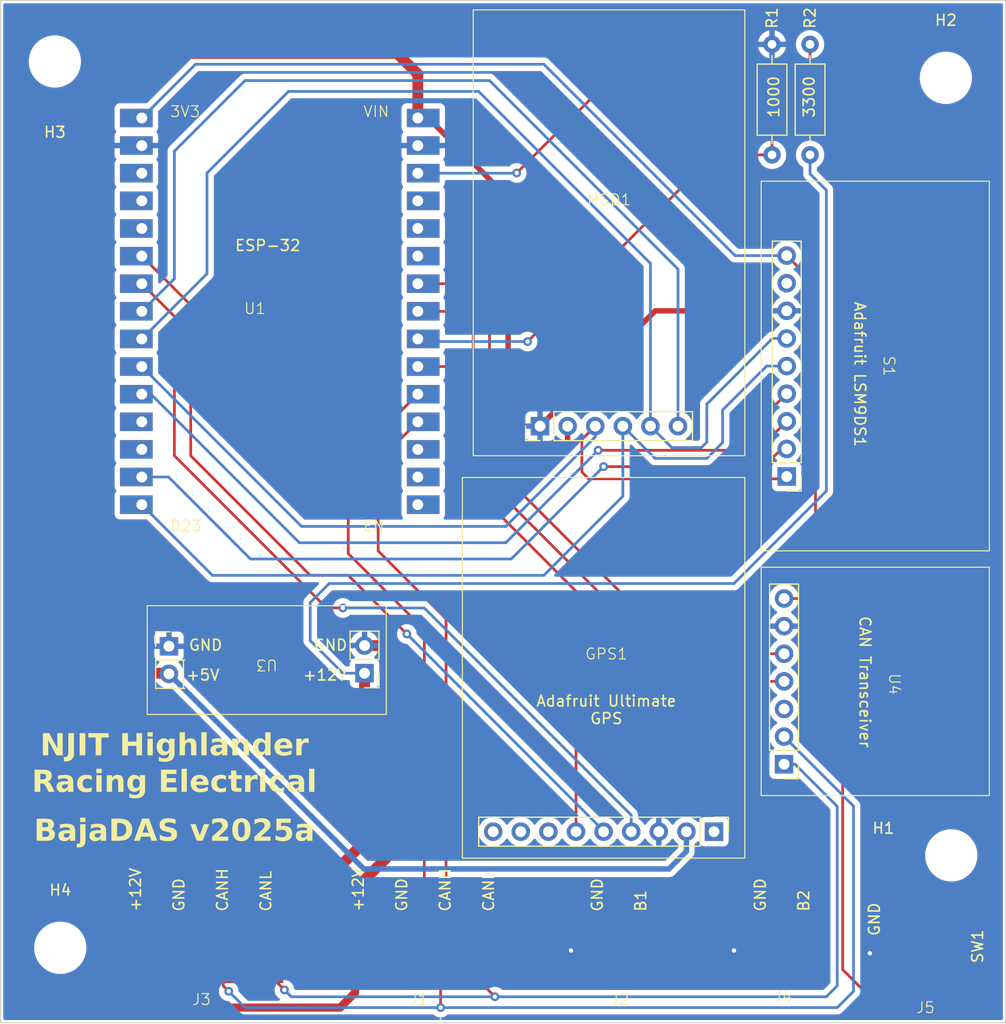
<source format=kicad_pcb>
(kicad_pcb (version 20240108) (generator "pcbnew") (generator_version "8.0")
  (title_block (title "BajaDAS") (date "2024-12-14") (rev "2025a") (company "NJIT Highlander Racing") (comment 1 "Electrical Subteam") (comment 2 "Alexander Huegler"))
  (layers (0 "F.Cu" signal) (31 "B.Cu" signal) (36 "B.SilkS" user "B.Silkscreen") (37 "F.SilkS" user "F.Silkscreen") (38 "B.Mask" user) (39 "F.Mask" user) (44 "Edge.Cuts" user))
  (net 0 "")
  (net 1 "+3.3V")
  (net 2 "/B1")
  (net 3 "/B2")
  (net 4 "+12V")
  (net 5 "/GPS_FIX")
  (net 6 "/RXD")
  (net 7 "GND")
  (net 10 "/GPS_Enable")
  (net 11 "/TXD")
  (net 12 "+5V")
  (net 14 "/LOW_BATT")
  (net 15 "/CANH")
  (net 16 "/CANL")
  (net 17 "/CS")
  (net 18 "/SCK")
  (net 19 "/MISO")
  (net 20 "/MOSI")
  (net 21 "/CSM")
  (net 23 "/CSAG")
  (net 24 "/CRX")
  (net 26 "/CTX")
  (net 35 "/SW1")
  (footprint "BajaFootprints:SD Card Reader v1" (layer "F.Cu") (at 108.5 46.25 -90)
    (property "Reference" "MSD1" (at -3.04 0 0) (layer "F.SilkS") (effects (font (thickness 0.1))))
    (property "Value" "~")
    (fp_line (start 19.11 7.68) (end 17.78 7.68) (stroke (width 0.12)) (layer "F.SilkS"))
    (fp_line (start 19.11 6.35) (end 19.11 7.68) (stroke (width 0.12)) (layer "F.SilkS"))
    (fp_line (start 16.45 5.08) (end 16.45 -7.68) (stroke (width 0.12)) (layer "F.SilkS"))
    (fp_line (start 19.11 5.08) (end 16.45 5.08) (stroke (width 0.12)) (layer "F.SilkS"))
    (fp_line (start 19.11 5.08) (end 19.11 -7.68) (stroke (width 0.12)) (layer "F.SilkS"))
    (fp_line (start 19.11 -7.68) (end 16.45 -7.68) (stroke (width 0.12)) (layer "F.SilkS"))
    (fp_rect (start -20.5 -12.5) (end 20.5 12.5) (stroke (width 0.1)) (fill none) (layer "F.SilkS"))
    (pad "1" thru_hole rect (at 17.78 6.35 90) (size 1.7 1.7) (drill 1) (layers "*.Cu" "*.Mask") (net 7 "GND"))
    (pad "2" thru_hole oval (at 17.78 3.81 90) (size 1.7 1.7) (drill 1) (layers "*.Cu" "*.Mask") (net 12 "+5V"))
    (pad "3" thru_hole oval (at 17.78 1.27 90) (size 1.7 1.7) (drill 1) (layers "*.Cu" "*.Mask") (net 19 "/MISO"))
    (pad "4" thru_hole oval (at 17.78 -1.27 90) (size 1.7 1.7) (drill 1) (layers "*.Cu" "*.Mask") (net 20 "/MOSI"))
    (pad "5" thru_hole oval (at 17.78 -3.81 90) (size 1.7 1.7) (drill 1) (layers "*.Cu" "*.Mask") (net 18 "/SCK"))
    (pad "6" thru_hole oval (at 17.78 -6.35 90) (size 1.7 1.7) (drill 1) (layers "*.Cu" "*.Mask") (net 17 "/CS"))
  )
  (footprint "BajaFootprints:Adafruit Ultimate GPS v1" (layer "F.Cu") (at 108 86.25 -90)
    (property "Reference" "GPS1" (at -1.27 -0.254 0) (layer "F.SilkS") (effects (font (thickness 0.1))))
    (property "Value" "~")
    (fp_line (start 13.74 11.49) (end 16.4 11.49) (stroke (width 0.12)) (layer "F.SilkS"))
    (fp_line (start 13.74 -8.89) (end 13.74 11.49) (stroke (width 0.12)) (layer "F.SilkS"))
    (fp_line (start 13.74 -8.89) (end 16.4 -8.89) (stroke (width 0.12)) (layer "F.SilkS"))
    (fp_line (start 16.4 -8.89) (end 16.4 11.49) (stroke (width 0.12)) (layer "F.SilkS"))
    (fp_line (start 13.74 -10.16) (end 13.74 -11.49) (stroke (width 0.12)) (layer "F.SilkS"))
    (fp_line (start 13.74 -11.49) (end 15.07 -11.49) (stroke (width 0.12)) (layer "F.SilkS"))
    (fp_rect (start -17.5 -13) (end 17.5 13) (stroke (width 0.1)) (fill none) (layer "F.SilkS"))
    (pad "1" thru_hole rect (at 15.07 -10.16 270) (size 1.7 1.7) (drill 1) (layers "*.Cu" "*.Mask"))
    (pad "2" thru_hole oval (at 15.07 -7.62 270) (size 1.7 1.7) (drill 1) (layers "*.Cu" "*.Mask") (net 12 "+5V"))
    (pad "3" thru_hole oval (at 15.07 -5.08 270) (size 1.7 1.7) (drill 1) (layers "*.Cu" "*.Mask") (net 7 "GND"))
    (pad "4" thru_hole oval (at 15.07 -2.54 270) (size 1.7 1.7) (drill 1) (layers "*.Cu" "*.Mask") (net 11 "/TXD"))
    (pad "5" thru_hole oval (at 15.07 0 270) (size 1.7 1.7) (drill 1) (layers "*.Cu" "*.Mask") (net 6 "/RXD"))
    (pad "6" thru_hole oval (at 15.07 2.54 270) (size 1.7 1.7) (drill 1) (layers "*.Cu" "*.Mask") (net 5 "/GPS_FIX"))
    (pad "7" thru_hole oval (at 15.07 5.08 270) (size 1.7 1.7) (drill 1) (layers "*.Cu" "*.Mask"))
    (pad "8" thru_hole oval (at 15.07 7.62 270) (size 1.7 1.7) (drill 1) (layers "*.Cu" "*.Mask") (net 10 "/GPS_Enable"))
    (pad "9" thru_hole oval (at 15.07 10.16 270) (size 1.7 1.7) (drill 1) (layers "*.Cu" "*.Mask"))
  )
  (footprint "Resistor_THT:R_Axial_DIN0207_L6.3mm_D2.5mm_P10.16mm_Horizontal" (layer "F.Cu") (at 127 39.08 90)
    (property "Reference" "R2" (at 12.58 0 90) (layer "F.SilkS"))
    (property "Value" "3300")
    (fp_line (start 8.35 -1.37) (end 1.81 -1.37) (stroke (width 0.12)) (layer "F.SilkS"))
    (fp_line (start 1.81 -1.37) (end 1.81 1.37) (stroke (width 0.12)) (layer "F.SilkS"))
    (fp_line (start 9.12 0) (end 8.35 0) (stroke (width 0.12)) (layer "F.SilkS"))
    (fp_line (start 1.04 0) (end 1.81 0) (stroke (width 0.12)) (layer "F.SilkS"))
    (fp_line (start 8.35 1.37) (end 8.35 -1.37) (stroke (width 0.12)) (layer "F.SilkS"))
    (fp_line (start 1.81 1.37) (end 8.35 1.37) (stroke (width 0.12)) (layer "F.SilkS"))
    (pad "1" thru_hole circle (at 0 0 90) (size 1.6 1.6) (drill 0.8) (layers "*.Cu" "*.Mask") (net 4 "+12V"))
    (pad "2" thru_hole oval (at 10.16 0 90) (size 1.6 1.6) (drill 0.8) (layers "*.Cu" "*.Mask") (net 14 "/LOW_BATT"))
  )
  (footprint "MountingHole:MountingHole_4.3mm_M4" (layer "F.Cu") (at 139.5 32)
    (property "Reference" "H2" (at 0 -5.3 0) (layer "F.SilkS"))
    (property "Value" "MountingHole")
    (pad "" np_thru_hole circle (at 0 0) (size 4.3 4.3) (drill 4.3) (layers "*.Cu" "*.Mask"))
  )
  (footprint "BajaDAS:4pin" (layer "F.Cu") (at 60 112.25 90)
    (property "Reference" "J3" (at -4.5 11 0) (layer "F.SilkS") (effects (font (thickness 0.1))))
    (property "Value" "Data/Power Connection")
    (pad "1" smd rect (at 0 5.125 90) (size 6 3) (layers "F.Cu" "F.Paste" "F.Mask") (net 4 "+12V"))
    (pad "2" smd rect (at 0 9 90) (size 6 3) (layers "F.Cu" "F.Paste" "F.Mask") (net 7 "GND"))
    (pad "3" smd rect (at 0 13 90) (size 6 3) (layers "F.Cu" "F.Paste" "F.Mask") (net 15 "/CANH"))
    (pad "4" smd rect (at 0 17 90) (size 6 3) (layers "F.Cu" "F.Paste" "F.Mask") (net 16 "/CANL"))
  )
  (footprint "BajaFootprints:Adafruit LSM9DS1" (layer "F.Cu") (at 133 58.5 180)
    (property "Reference" "S1" (at -1.27 0 -90) (layer "F.SilkS") (effects (font (thickness 0.1))))
    (property "Value" "~")
    (fp_line (start 9.48 -8.895098) (end 9.48 11.484902) (stroke (width 0.12)) (layer "F.SilkS"))
    (fp_line (start 6.82 11.484902) (end 9.48 11.484902) (stroke (width 0.12)) (layer "F.SilkS"))
    (fp_line (start 6.82 -8.895098) (end 9.48 -8.895098) (stroke (width 0.12)) (layer "F.SilkS"))
    (fp_line (start 6.82 -8.895098) (end 6.82 11.484902) (stroke (width 0.12)) (layer "F.SilkS"))
    (fp_line (start 6.82 -10.165098) (end 6.82 -11.495098) (stroke (width 0.12)) (layer "F.SilkS"))
    (fp_line (start 6.82 -11.495098) (end 8.15 -11.495098) (stroke (width 0.12)) (layer "F.SilkS"))
    (fp_rect (start -10.5 -17) (end 10.5 17) (stroke (width 0.1)) (fill none) (layer "F.SilkS"))
    (pad "1" thru_hole rect (at 8.15 -10.165098 180) (size 1.7 1.7) (drill 1) (layers "*.Cu" "*.Mask") (net 19 "/MISO"))
    (pad "2" thru_hole oval (at 8.15 -7.625098 180) (size 1.7 1.7) (drill 1) (layers "*.Cu" "*.Mask") (net 19 "/MISO"))
    (pad "3" thru_hole oval (at 8.15 -5.085098 180) (size 1.7 1.7) (drill 1) (layers "*.Cu" "*.Mask") (net 21 "/CSM"))
    (pad "4" thru_hole oval (at 8.15 -2.545098 180) (size 1.7 1.7) (drill 1) (layers "*.Cu" "*.Mask") (net 23 "/CSAG"))
    (pad "5" thru_hole oval (at 8.15 -0.005098 180) (size 1.7 1.7) (drill 1) (layers "*.Cu" "*.Mask") (net 20 "/MOSI"))
    (pad "6" thru_hole oval (at 8.15 2.534902 180) (size 1.7 1.7) (drill 1) (layers "*.Cu" "*.Mask") (net 18 "/SCK"))
    (pad "7" thru_hole oval (at 8.15 5.074902 180) (size 1.7 1.7) (drill 1) (layers "*.Cu" "*.Mask") (net 7 "GND"))
    (pad "8" thru_hole oval (at 8.15 7.614902 180) (size 1.7 1.7) (drill 1) (layers "*.Cu" "*.Mask"))
    (pad "9" thru_hole oval (at 8.15 10.154902 180) (size 1.7 1.7) (drill 1) (layers "*.Cu" "*.Mask") (net 1 "+3.3V"))
  )
  (footprint "Resistor_THT:R_Axial_DIN0207_L6.3mm_D2.5mm_P10.16mm_Horizontal" (layer "F.Cu") (at 123.5 39.08 90)
    (property "Reference" "R1" (at 12.58 0 90) (layer "F.SilkS"))
    (property "Value" "1000")
    (fp_line (start 8.35 -1.37) (end 1.81 -1.37) (stroke (width 0.12)) (layer "F.SilkS"))
    (fp_line (start 1.81 -1.37) (end 1.81 1.37) (stroke (width 0.12)) (layer "F.SilkS"))
    (fp_line (start 9.12 0) (end 8.35 0) (stroke (width 0.12)) (layer "F.SilkS"))
    (fp_line (start 1.04 0) (end 1.81 0) (stroke (width 0.12)) (layer "F.SilkS"))
    (fp_line (start 8.35 1.37) (end 8.35 -1.37) (stroke (width 0.12)) (layer "F.SilkS"))
    (fp_line (start 1.81 1.37) (end 8.35 1.37) (stroke (width 0.12)) (layer "F.SilkS"))
    (pad "1" thru_hole circle (at 0 0 90) (size 1.6 1.6) (drill 0.8) (layers "*.Cu" "*.Mask") (net 14 "/LOW_BATT"))
    (pad "2" thru_hole oval (at 10.16 0 90) (size 1.6 1.6) (drill 0.8) (layers "*.Cu" "*.Mask") (net 7 "GND"))
  )
  (footprint "BajaFootprints:CAN Bus Tranceiver v1" (layer "F.Cu") (at 133 87.5 180)
    (property "Reference" "U4" (at -1.778 -0.254 -90) (layer "F.SilkS") (effects (font (thickness 0.1))))
    (property "Value" "~")
    (fp_line (start 9.72 -6.35) (end 9.72 8.95) (stroke (width 0.12)) (layer "F.SilkS"))
    (fp_line (start 7.06 8.95) (end 9.72 8.95) (stroke (width 0.12)) (layer "F.SilkS"))
    (fp_line (start 7.06 -6.35) (end 9.72 -6.35) (stroke (width 0.12)) (layer "F.SilkS"))
    (fp_line (start 7.06 -6.35) (end 7.06 8.95) (stroke (width 0.12)) (layer "F.SilkS"))
    (fp_line (start 7.06 -7.62) (end 7.06 -8.95) (stroke (width 0.12)) (layer "F.SilkS"))
    (fp_line (start 7.06 -8.95) (end 8.39 -8.95) (stroke (width 0.12)) (layer "F.SilkS"))
    (fp_rect (start -10.5 -10.5) (end 10.5 10.5) (stroke (width 0.1)) (fill none) (layer "F.SilkS"))
    (pad "1" thru_hole rect (at 8.39 -7.62 180) (size 1.7 1.7) (drill 1) (layers "*.Cu" "*.Mask") (net 16 "/CANL"))
    (pad "2" thru_hole oval (at 8.39 -5.08 180) (size 1.7 1.7) (drill 1) (layers "*.Cu" "*.Mask") (net 15 "/CANH"))
    (pad "3" thru_hole oval (at 8.39 -2.54 180) (size 1.7 1.7) (drill 1) (layers "*.Cu" "*.Mask"))
    (pad "4" thru_hole oval (at 8.39 0 180) (size 1.7 1.7) (drill 1) (layers "*.Cu" "*.Mask") (net 26 "/CTX"))
    (pad "5" thru_hole oval (at 8.39 2.54 180) (size 1.7 1.7) (drill 1) (layers "*.Cu" "*.Mask") (net 24 "/CRX"))
    (pad "6" thru_hole oval (at 8.39 5.08 180) (size 1.7 1.7) (drill 1) (layers "*.Cu" "*.Mask") (net 7 "GND"))
    (pad "7" thru_hole oval (at 8.39 7.62 180) (size 1.7 1.7) (drill 1) (layers "*.Cu" "*.Mask") (net 1 "+3.3V"))
  )
  (footprint "BajaFootprints:Regulator_v1" (layer "F.Cu") (at 77 85.54 180)
    (property "Reference" "U3" (at 0 -0.46 180) (layer "F.SilkS") (effects (font (thickness 0.1))))
    (property "Value" "~")
    (fp_line (start 10.22 2.6) (end 8.89 2.6) (stroke (width 0.12)) (layer "F.SilkS"))
    (fp_line (start 10.22 1.27) (end 10.22 2.6) (stroke (width 0.12)) (layer "F.SilkS"))
    (fp_line (start 10.22 0) (end 10.22 -2.6) (stroke (width 0.12)) (layer "F.SilkS"))
    (fp_line (start 10.22 0) (end 7.56 0) (stroke (width 0.12)) (layer "F.SilkS"))
    (fp_line (start 10.22 -2.6) (end 7.56 -2.6) (stroke (width 0.12)) (layer "F.SilkS"))
    (fp_line (start 7.67 0) (end 7.67 -2.6) (stroke (width 0.12)) (layer "F.SilkS"))
    (fp_line (start -7.67 0.06) (end -7.67 2.66) (stroke (width 0.12)) (layer "F.SilkS"))
    (fp_line (start -10.33 2.66) (end -7.67 2.66) (stroke (width 0.12)) (layer "F.SilkS"))
    (fp_line (start -10.33 0.06) (end -7.67 0.06) (stroke (width 0.12)) (layer "F.SilkS"))
    (fp_line (start -10.33 0.06) (end -10.33 2.66) (stroke (width 0.12)) (layer "F.SilkS"))
    (fp_line (start -10.33 -1.21) (end -10.33 -2.54) (stroke (width 0.12)) (layer "F.SilkS"))
    (fp_line (start -10.33 -2.54) (end -9 -2.54) (stroke (width 0.12)) (layer "F.SilkS"))
    (fp_rect (start -11 -5) (end 11 5) (stroke (width 0.1)) (fill none) (layer "F.SilkS"))
    (pad "1" thru_hole rect (at -9 -1.21 180) (size 1.7 1.7) (drill 1) (layers "*.Cu" "*.Mask") (net 4 "+12V"))
    (pad "2" thru_hole oval (at -9 1.33 180) (size 1.7 1.7) (drill 1) (layers "*.Cu" "*.Mask") (net 7 "GND"))
    (pad "3" thru_hole oval (at 9 -1.27) (size 1.7 1.7) (drill 1) (layers "*.Cu" "*.Mask") (net 12 "+5V"))
    (pad "4" thru_hole rect (at 9 1.27) (size 1.7 1.7) (drill 1) (layers "*.Cu" "*.Mask") (net 7 "GND"))
  )
  (footprint "MountingHole:MountingHole_4.3mm_M4" (layer "F.Cu") (at 57.5 30.5)
    (property "Reference" "H3" (at 0 6.5 0) (layer "F.SilkS"))
    (property "Value" "MountingHole")
    (pad "" np_thru_hole circle (at 0 0) (size 4.3 4.3) (drill 4.3) (layers "*.Cu" "*.Mask"))
  )
  (footprint "BajaFootprints:ESP 32 BAJA" (layer "F.Cu") (at 78.2 35.69)
    (property "Reference" "U1" (at -2.286 17.526 0) (layer "F.SilkS") (effects (font (thickness 0.1))))
    (property "Value" "~")
    (fp_text user "3V3" (at -10.16 0 0) (layer "F.SilkS") (effects (font (thickness 0.1)) (justify left bottom)))
    (fp_text user "D23" (at -10.16 38.1 0) (layer "F.SilkS") (effects (font (thickness 0.1)) (justify left bottom)))
    (fp_text user "VIN" (at 7.62 0 0) (layer "F.SilkS") (effects (font (thickness 0.1)) (justify left bottom)))
    (fp_text user "EN" (at 7.62 38.1 0) (layer "F.SilkS") (effects (font (thickness 0.1)) (justify left bottom)))
    (pad "1" thru_hole rect (at -12.7 0) (size 3 1.7) (drill 1 (offset -0.5 0)) (layers "*.Cu" "*.Mask") (net 1 "+3.3V"))
    (pad "2" thru_hole rect (at -12.7 2.54) (size 3 1.7) (drill 1 (offset -0.5 0)) (layers "*.Cu" "*.Mask") (net 7 "GND"))
    (pad "3" thru_hole rect (at -12.7 5.08) (size 3 1.7) (drill 1 (offset -0.5 0)) (layers "*.Cu" "*.Mask"))
    (pad "4" thru_hole rect (at -12.7 7.62) (size 3 1.7) (drill 1 (offset -0.5 0)) (layers "*.Cu" "*.Mask"))
    (pad "5" thru_hole rect (at -12.7 10.16) (size 3 1.7) (drill 1 (offset -0.5 0)) (layers "*.Cu" "*.Mask"))
    (pad "6" thru_hole rect (at -12.7 12.7) (size 3 1.7) (drill 1 (offset -0.5 0)) (layers "*.Cu" "*.Mask") (net 6 "/RXD"))
    (pad "7" thru_hole rect (at -12.7 15.24) (size 3 1.7) (drill 1 (offset -0.5 0)) (layers "*.Cu" "*.Mask") (net 11 "/TXD"))
    (pad "8" thru_hole rect (at -12.7 17.78) (size 3 1.7) (drill 1 (offset -0.5 0)) (layers "*.Cu" "*.Mask") (net 17 "/CS"))
    (pad "9" thru_hole rect (at -12.7 20.32) (size 3 1.7) (drill 1 (offset -0.5 0)) (layers "*.Cu" "*.Mask") (net 18 "/SCK"))
    (pad "10" thru_hole rect (at -12.7 22.86) (size 3 1.7) (drill 1 (offset -0.5 0)) (layers "*.Cu" "*.Mask") (net 19 "/MISO"))
    (pad "11" thru_hole rect (at -12.7 25.4) (size 3 1.7) (drill 1 (offset -0.5 0)) (layers "*.Cu" "*.Mask") (net 23 "/CSAG"))
    (pad "12" thru_hole rect (at -12.7 27.94) (size 3 1.7) (drill 1 (offset -0.5 0)) (layers "*.Cu" "*.Mask"))
    (pad "13" thru_hole rect (at -12.7 30.48) (size 3 1.7) (drill 1 (offset -0.5 0)) (layers "*.Cu" "*.Mask"))
    (pad "14" thru_hole rect (at -12.7 33.02) (size 3 1.7) (drill 1 (offset -0.5 0)) (layers "*.Cu" "*.Mask") (net 21 "/CSM"))
    (pad "15" thru_hole rect (at -12.7 35.56) (size 3 1.7) (drill 1 (offset -0.5 0)) (layers "*.Cu" "*.Mask") (net 20 "/MOSI"))
    (pad "16" thru_hole rect (at 12.7 35.56) (size 3 1.7) (drill 1 (offset 0.5 0)) (layers "*.Cu" "*.Mask"))
    (pad "17" thru_hole rect (at 12.7 33.02) (size 3 1.7) (drill 1 (offset 0.5 0)) (layers "*.Cu" "*.Mask"))
    (pad "18" thru_hole rect (at 12.7 30.48) (size 3 1.7) (drill 1 (offset 0.5 0)) (layers "*.Cu" "*.Mask"))
    (pad "19" thru_hole rect (at 12.7 27.94) (size 3 1.7) (drill 1 (offset 0.5 0)) (layers "*.Cu" "*.Mask") (net 3 "/B2"))
    (pad "20" thru_hole rect (at 12.7 25.4) (size 3 1.7) (drill 1 (offset 0.5 0)) (layers "*.Cu" "*.Mask") (net 2 "/B1"))
    (pad "21" thru_hole rect (at 12.7 22.86) (size 3 1.7) (drill 1 (offset 0.5 0)) (layers "*.Cu" "*.Mask") (net 5 "/GPS_FIX"))
    (pad "22" thru_hole rect (at 12.7 20.32) (size 3 1.7) (drill 1 (offset 0.5 0)) (layers "*.Cu" "*.Mask") (net 14 "/LOW_BATT"))
    (pad "23" thru_hole rect (at 12.7 17.78) (size 3 1.7) (drill 1 (offset 0.5 0)) (layers "*.Cu" "*.Mask") (net 26 "/CTX"))
    (pad "24" thru_hole rect (at 12.7 15.24) (size 3 1.7) (drill 1 (offset 0.5 0)) (layers "*.Cu" "*.Mask") (net 24 "/CRX"))
    (pad "25" thru_hole rect (at 12.7 12.7) (size 3 1.7) (drill 1 (offset 0.5 0)) (layers "*.Cu" "*.Mask"))
    (pad "26" thru_hole rect (at 12.7 10.16) (size 3 1.7) (drill 1 (offset 0.5 0)) (layers "*.Cu" "*.Mask"))
    (pad "27" thru_hole rect (at 12.7 7.62) (size 3 1.7) (drill 1 (offset 0.5 0)) (layers "*.Cu" "*.Mask"))
    (pad "28" thru_hole rect (at 12.7 5.08) (size 3 1.7) (drill 1 (offset 0.5 0)) (layers "*.Cu" "*.Mask") (net 35 "/SW1"))
    (pad "29" thru_hole rect (at 12.7 2.54) (size 3 1.7) (drill 1 (offset 0.5 0)) (layers "*.Cu" "*.Mask") (net 7 "GND"))
    (pad "30" thru_hole rect (at 12.7 0) (size 3 1.7) (drill 1 (offset 0.5 0)) (layers "*.Cu" "*.Mask") (net 12 "+5V"))
  )
  (footprint "BajaDAS:2pin" (layer "F.Cu") (at 117.375 112.25 90)
    (property "Reference" "J4" (at -4.25 7.125 0) (layer "F.SilkS") (effects (font (thickness 0.1))))
    (property "Value" "Spare Button 2")
    (pad "1" smd rect (at 0 5.125 90) (size 6 3) (layers "F.Cu" "F.Paste" "F.Mask") (net 7 "GND"))
    (pad "2" smd rect (at 0 9 90) (size 6 3) (layers "F.Cu" "F.Paste" "F.Mask") (net 3 "/B2"))
  )
  (footprint "BajaDAS:2pin" (layer "F.Cu") (at 130.5 112.5 90)
    (property "Reference" "J5" (at -5 7.125 0) (layer "F.SilkS") (effects (font (thickness 0.1))))
    (property "Value" "Spare Toggle Switch")
    (pad "1" smd rect (at 0 5.125 90) (size 6 3) (layers "F.Cu" "F.Paste" "F.Mask") (net 7 "GND"))
    (pad "2" smd rect (at 0 9 90) (size 6 3) (layers "F.Cu" "F.Paste" "F.Mask") (net 35 "/SW1"))
  )
  (footprint "BajaDAS:2pin" (layer "F.Cu") (at 102.375 112.25 90)
    (property "Reference" "J2" (at -4.5 7.125 0) (layer "F.SilkS") (effects (font (thickness 0.1))))
    (property "Value" "Spare Button 1")
    (pad "1" smd rect (at 0 5.125 90) (size 6 3) (layers "F.Cu" "F.Paste" "F.Mask") (net 7 "GND"))
    (pad "2" smd rect (at 0 9 90) (size 6 3) (layers "F.Cu" "F.Paste" "F.Mask") (net 2 "/B1"))
  )
  (footprint "BajaDAS:4pin" (layer "F.Cu") (at 80 112.25 90)
    (property "Reference" "J1" (at -4.5 11 0) (layer "F.SilkS") (effects (font (thickness 0.1))))
    (property "Value" "Auxiliary Data/Power Connection")
    (pad "1" smd rect (at 0 5.125 90) (size 6 3) (layers "F.Cu" "F.Paste" "F.Mask") (net 4 "+12V"))
    (pad "2" smd rect (at 0 9 90) (size 6 3) (layers "F.Cu" "F.Paste" "F.Mask") (net 7 "GND"))
    (pad "3" smd rect (at 0 13 90) (size 6 3) (layers "F.Cu" "F.Paste" "F.Mask") (net 15 "/CANH"))
    (pad "4" smd rect (at 0 17 90) (size 6 3) (layers "F.Cu" "F.Paste" "F.Mask") (net 16 "/CANL"))
  )
  (footprint "MountingHole:MountingHole_4.3mm_M4" (layer "F.Cu") (at 58 112)
    (property "Reference" "H4" (at 0 -5.3 0) (layer "F.SilkS"))
    (property "Value" "MountingHole")
    (pad "" np_thru_hole circle (at 0 0) (size 4.3 4.3) (drill 4.3) (layers "*.Cu" "*.Mask"))
  )
  (footprint "MountingHole:MountingHole_4.3mm_M4" (layer "F.Cu") (at 140 103.5)
    (property "Reference" "H1" (at -6.25 -2.5 0) (layer "F.SilkS"))
    (property "Value" "MountingHole")
    (pad "" np_thru_hole circle (at 0 0) (size 4.3 4.3) (drill 4.3) (layers "*.Cu" "*.Mask"))
  )
  (gr_rect (start 52.5 24.892) (end 145 118.892) (stroke (width 0.1)) (fill none) (layer "Edge.Cuts"))
  (gr_text "CANH" (at 73.5 108.75 90) (layer "F.SilkS") (effects (font (size 1 1)) (justify left bottom)))
  (gr_text "GND" (at 123 108.75 90) (layer "F.SilkS") (effects (font (size 1 1)) (justify left bottom)))
  (gr_text "CANL" (at 98 108.75 90) (layer "F.SilkS") (effects (font (size 1 1)) (justify left bottom)))
  (gr_text "1000" (at 124.25 35.75 90) (layer "F.SilkS") (effects (font (size 1 1)) (justify left bottom)))
  (gr_text "3300" (at 127.5 35.75 90) (layer "F.SilkS") (effects (font (size 1 1)) (justify left bottom)))
  (gr_text "GND" (at 81.25 84.75 0) (layer "F.SilkS") (effects (font (size 1 1)) (justify left bottom)))
  (gr_text "Adafruit Ultimate\nGPS" (at 108.25 91.5 0) (layer "F.SilkS") (effects (font (size 1 1)) (justify bottom)))
  (gr_text "B2" (at 127 108.75 90) (layer "F.SilkS") (effects (font (size 1 1)) (justify left bottom)))
  (gr_text "GND" (at 90 108.75 90) (layer "F.SilkS") (effects (font (size 1 1)) (justify left bottom)))
  (gr_text "B1" (at 112 108.75 90) (layer "F.SilkS") (effects (font (size 1 1)) (justify left bottom)))
  (gr_text "CANL" (at 77.5 108.75 90) (layer "F.SilkS") (effects (font (size 1 1)) (justify left bottom)))
  (gr_text "GND" (at 69.75 84.75 0) (layer "F.SilkS") (effects (font (size 1 1)) (justify left bottom)))
  (gr_text "ESP-32" (at 74 48 0) (layer "F.SilkS") (effects (font (size 1 1)) (justify left bottom)))
  (gr_text "+12V" (at 80.25 87.5 0) (layer "F.SilkS") (effects (font (size 1 1)) (justify left bottom)))
  (gr_text "GND" (at 133.5 111 90) (layer "F.SilkS") (effects (font (size 1 1)) (justify left bottom)))
  (gr_text "\nBajaDAS v2025a" (at 68.5 102.5 0) (layer "F.SilkS") (effects (font (size 2 2) (thickness 0.35) (bold yes) (italic yes)) (justify bottom)))
  (gr_text "NJIT Highlander\nRacing Electrical" (at 68.5 98 0) (layer "F.SilkS") (effects (font (size 2 2) (thickness 0.21875)) (justify bottom)))
  (gr_text "CAN Transceiver" (at 131.476 81.404 -90) (layer "F.SilkS") (effects (font (size 1 1)) (justify left bottom)))
  (gr_text "GND" (at 69.5 108.75 90) (layer "F.SilkS") (effects (font (size 1 1)) (justify left bottom)))
  (gr_text "+12V" (at 65.5 108.75 90) (layer "F.SilkS") (effects (font (size 1 1)) (justify left bottom)))
  (gr_text "SW1" (at 143 113.5 90) (layer "F.SilkS") (effects (font (size 1 1)) (justify left bottom)))
  (gr_text "+12V" (at 86 108.75 90) (layer "F.SilkS") (effects (font (size 1 1)) (justify left bottom)))
  (gr_text "CANH" (at 94 108.75 90) (layer "F.SilkS") (effects (font (size 1 1)) (justify left bottom)))
  (gr_text "GND" (at 108 108.75 90) (layer "F.SilkS") (effects (font (size 1 1)) (justify left bottom)))
  (gr_text "Adafruit LSM9DS1" (at 131 52.5 -90) (layer "F.SilkS") (effects (font (size 1 1)) (justify left bottom)))
  (gr_text "+5V" (at 69.5 87.5 0) (layer "F.SilkS") (effects (font (size 1 1)) (justify left bottom)))
  (segment (start 126.12 79.88) (end 127.5 78.5) (width 0.25) (layer "F.Cu") (net 1))
  (segment (start 124.61 79.88) (end 126.12 79.88) (width 0.25) (layer "F.Cu") (net 1))
  (segment (start 127.5 50.995098) (end 127.5 78.5) (width 0.25) (layer "F.Cu") (net 1))
  (segment (start 65.5 35.69) (end 66 35.19) (width 0.25) (layer "F.Cu") (net 1))
  (segment (start 124.85 48.345098) (end 127.5 50.995098) (width 0.25) (layer "F.Cu") (net 1))
  (segment (start 70.44 30.75) (end 65.5 35.69) (width 0.25) (layer "B.Cu") (net 1))
  (segment (start 120.095098 48.345098) (end 102.5 30.75) (width 0.25) (layer "B.Cu") (net 1))
  (segment (start 124.85 48.345098) (end 120.095098 48.345098) (width 0.25) (layer "B.Cu") (net 1))
  (segment (start 102.5 30.75) (end 70.44 30.75) (width 0.25) (layer "B.Cu") (net 1))
  (segment (start 84.5 75.75) (end 84.5 67.49) (width 0.25) (layer "F.Cu") (net 2))
  (segment (start 91.5 82.75) (end 84.5 75.75) (width 0.25) (layer "F.Cu") (net 2))
  (segment (start 111.375 110.75) (end 111.5 110.625) (width 0.25) (layer "F.Cu") (net 2))
  (segment (start 93.5 107.75) (end 91.5 105.75) (width 0.25) (layer "F.Cu") (net 2))
  (segment (start 111.5 110.625) (end 111.5 108.25) (width 0.25) (layer "F.Cu") (net 2))
  (segment (start 111.375 112.25) (end 111.375 110.75) (width 0.25) (layer "F.Cu") (net 2))
  (segment (start 84.5 67.49) (end 90.9 61.09) (width 0.25) (layer "F.Cu") (net 2))
  (segment (start 91.5 105.75) (end 91.5 82.75) (width 0.25) (layer "F.Cu") (net 2))
  (segment (start 111.5 108.25) (end 111 107.75) (width 0.25) (layer "F.Cu") (net 2))
  (segment (start 111 107.75) (end 93.5 107.75) (width 0.25) (layer "F.Cu") (net 2))
  (segment (start 123.5 106.75) (end 94 106.75) (width 0.25) (layer "F.Cu") (net 3))
  (segment (start 94 106.75) (end 93.5 106.25) (width 0.25) (layer "F.Cu") (net 3))
  (segment (start 93.5 106.25) (end 93.5 81.75) (width 0.25) (layer "F.Cu") (net 3))
  (segment (start 93.5 81.75) (end 87.25 75.5) (width 0.25) (layer "F.Cu") (net 3))
  (segment (start 90.9 63.63) (end 87.25 67.28) (width 0.25) (layer "F.Cu") (net 3))
  (segment (start 126.375 109.625) (end 123.5 106.75) (width 0.25) (layer "F.Cu") (net 3))
  (segment (start 126.375 112.25) (end 126.375 109.625) (width 0.25) (layer "F.Cu") (net 3))
  (segment (start 87.25 67.28) (end 87.25 75.5) (width 0.25) (layer "F.Cu") (net 3))
  (segment (start 83.75 117.5) (end 85.125 116.125) (width 0.75) (layer "F.Cu") (net 4))
  (segment (start 65.125 116.375) (end 66.25 117.5) (width 0.75) (layer "F.Cu") (net 4))
  (segment (start 65.125 112.25) (end 65.125 116.375) (width 0.75) (layer "F.Cu") (net 4))
  (segment (start 65.125 112.25) (end 65.125 110.225) (width 1) (layer "F.Cu") (net 4))
  (segment (start 85.125 116.125) (end 85.125 112.25) (width 0.75) (layer "F.Cu") (net 4))
  (segment (start 86 102.25) (end 86 86.75) (width 1) (layer "F.Cu") (net 4))
  (segment (start 65.125 110.225) (end 69.6 105.75) (width 1) (layer "F.Cu") (net 4))
  (segment (start 69.6 105.75) (end 82.5 105.75) (width 1) (layer "F.Cu") (net 4))
  (segment (start 66.25 117.5) (end 83.75 117.5) (width 0.75) (layer "F.Cu") (net 4))
  (segment (start 82.5 105.75) (end 86 102.25) (width 1) (layer "F.Cu") (net 4))
  (segment (start 81 83.75) (end 84 86.75) (width 0.25) (layer "B.Cu") (net 4))
  (segment (start 128.5 70) (end 120 78.5) (width 0.25) (layer "B.Cu") (net 4))
  (segment (start 128.5 42.33) (end 128.5 70) (width 0.25) (layer "B.Cu") (net 4))
  (segment (start 120 78.5) (end 82.75 78.5) (width 0.25) (layer "B.Cu") (net 4))
  (segment (start 82.75 78.5) (end 81 80.25) (width 0.25) (layer "B.Cu") (net 4))
  (segment (start 84 86.75) (end 86 86.75) (width 0.25) (layer "B.Cu") (net 4))
  (segment (start 127 40.83) (end 128.5 42.33) (width 0.25) (layer "B.Cu") (net 4))
  (segment (start 127 39.08) (end 127 40.83) (width 0.25) (layer "B.Cu") (net 4))
  (segment (start 81 80.25) (end 81 83.75) (width 0.25) (layer "B.Cu") (net 4))
  (segment (start 105.46 79.21) (end 94.5 68.25) (width 0.25) (layer "F.Cu") (net 5))
  (segment (start 93.8 58.55) (end 90.9 58.55) (width 0.25) (layer "F.Cu") (net 5))
  (segment (start 94.5 59.25) (end 93.8 58.55) (width 0.25) (layer "F.Cu") (net 5))
  (segment (start 94.5 68.25) (end 94.5 59.25) (width 0.25) (layer "F.Cu") (net 5))
  (segment (start 105.46 101.32) (end 105.46 79.21) (width 0.25) (layer "F.Cu") (net 5))
  (segment (start 89.8925 83.1425) (end 84.5 77.75) (width 0.25) (layer "F.Cu") (net 6))
  (segment (start 70 52.89) (end 65.5 48.39) (width 0.25) (layer "F.Cu") (net 6))
  (segment (start 70 66.75) (end 70 52.89) (width 0.25) (layer "F.Cu") (net 6))
  (segment (start 81 77.75) (end 70 66.75) (width 0.25) (layer "F.Cu") (net 6))
  (segment (start 84.5 77.75) (end 81 77.75) (width 0.25) (layer "F.Cu") (net 6))
  (via (at 89.8925 83.1425) (size 0.8) (drill 0.4) (layers "F.Cu" "B.Cu") (net 6))
  (segment (start 89.8925 83.1425) (end 108 101.25) (width 0.25) (layer "B.Cu") (net 6))
  (segment (start 108 101.25) (end 108 101.32) (width 0.25) (layer "B.Cu") (net 6))
  (segment (start 86 105.75) (end 89.5 102.25) (width 1) (layer "F.Cu") (net 7))
  (segment (start 89 112.25) (end 89 108.75) (width 1) (layer "F.Cu") (net 7))
  (segment (start 86 105.75) (end 84 107.75) (width 1) (layer "F.Cu") (net 7))
  (segment (start 69 109.25) (end 69 112.25) (width 1) (layer "F.Cu") (net 7))
  (segment (start 68.06 84.21) (end 68 84.27) (width 0.25) (layer "F.Cu") (net 7))
  (segment (start 102.15 64.03) (end 112.754902 53.425098) (width 0.5) (layer "F.Cu") (net 7))
  (segment (start 107.5 112.25) (end 105 112.25) (width 0.5) (layer "F.Cu") (net 7))
  (segment (start 84 107.75) (end 70.5 107.75) (width 1) (layer "F.Cu") (net 7))
  (segment (start 87.96 84.21) (end 86 84.21) (width 1) (layer "F.Cu") (net 7))
  (segment (start 70.5 107.75) (end 69 109.25) (width 1) (layer "F.Cu") (net 7))
  (segment (start 135 112.5) (end 132.5 112.5) (width 0.5) (layer "F.Cu") (net 7))
  (segment (start 89.5 85.75) (end 87.96 84.21) (width 1) (layer "F.Cu") (net 7))
  (segment (start 112.754902 53.425098) (end 124.85 53.425098) (width 0.5) (layer "F.Cu") (net 7))
  (segment (start 89 108.75) (end 86 105.75) (width 1) (layer "F.Cu") (net 7))
  (segment (start 122.5 112.25) (end 120 112.25) (width 0.5) (layer "F.Cu") (net 7))
  (segment (start 89.5 102.25) (end 89.5 85.75) (width 1) (layer "F.Cu") (net 7))
  (via (at 105 112.25) (size 0.8) (drill 0.4) (layers "F.Cu" "B.Cu") (net 7))
  (via (at 120 112.25) (size 0.8) (drill 0.4) (layers "F.Cu" "B.Cu") (net 7))
  (via (at 132.5 112.5) (size 0.8) (drill 0.4) (layers "F.Cu" "B.Cu") (net 7))
  (segment (start 84 80.75) (end 82.5 80.75) (width 0.25) (layer "F.Cu") (net 11))
  (segment (start 68.5 66.75) (end 68.5 53.93) (width 0.25) (layer "F.Cu") (net 11))
  (segment (start 82.5 80.75) (end 68.5 66.75) (width 0.25) (layer "F.Cu") (net 11))
  (segment (start 68.5 53.93) (end 65.5 50.93) (width 0.25) (layer "F.Cu") (net 11))
  (via (at 84 80.75) (size 0.8) (drill 0.4) (layers "F.Cu" "B.Cu") (net 11))
  (segment (start 91.5 80.75) (end 110.54 99.79) (width 0.25) (layer "B.Cu") (net 11))
  (segment (start 84 80.75) (end 91.5 80.75) (width 0.25) (layer "B.Cu") (net 11))
  (segment (start 110.54 99.79) (end 110.54 101.32) (width 0.25) (layer "B.Cu") (net 11))
  (segment (start 104.69 65.56) (end 102.5 67.75) (width 0.5) (layer "F.Cu") (net 12))
  (segment (start 91.86 35.69) (end 90.9 35.69) (width 0.5) (layer "F.Cu") (net 12))
  (segment (start 99.21 43.04) (end 91.86 35.69) (width 0.5) (layer "F.Cu") (net 12))
  (segment (start 102.5 67.75) (end 100.5 67.75) (width 0.5) (layer "F.Cu") (net 12))
  (segment (start 67.94 86.75) (end 68 86.81) (width 1) (layer "F.Cu") (net 12))
  (segment (start 67 29.75) (end 61.5 35.25) (width 1) (layer "F.Cu") (net 12))
  (segment (start 90.9 35.69) (end 90.9 31.65) (width 1) (layer "F.Cu") (net 12))
  (segment (start 61.5 35.25) (end 61.5 84.25) (width 1) (layer "F.Cu") (net 12))
  (segment (start 64 86.75) (end 67.94 86.75) (width 1) (layer "F.Cu") (net 12))
  (segment (start 104.69 64.03) (end 104.69 65.56) (width 0.5) (layer "F.Cu") (net 12))
  (segment (start 61.5 84.25) (end 64 86.75) (width 1) (layer "F.Cu") (net 12))
  (segment (start 90.9 31.65) (end 89 29.75) (width 1) (layer "F.Cu") (net 12))
  (segment (start 89 29.75) (end 67 29.75) (width 1) (layer "F.Cu") (net 12))
  (segment (start 100.5 67.75) (end 99.21 66.46) (width 0.5) (layer "F.Cu") (net 12))
  (segment (start 99.21 66.46) (end 99.21 43.04) (width 0.5) (layer "F.Cu") (net 12))
  (segment (start 115.62 103.13) (end 115.62 101.32) (width 0.5) (layer "B.Cu") (net 12))
  (segment (start 85.94 104.75) (end 114 104.75) (width 0.5) (layer "B.Cu") (net 12))
  (segment (start 114 104.75) (end 115.62 103.13) (width 0.5) (layer "B.Cu") (net 12))
  (segment (start 68 86.81) (end 85.94 104.75) (width 0.5) (layer "B.Cu") (net 12))
  (segment (start 118.17 39.08) (end 123.5 39.08) (width 0.25) (layer "F.Cu") (net 14))
  (segment (start 101 56.25) (end 118.17 39.08) (width 0.25) (layer "F.Cu") (net 14))
  (segment (start 123.5 39.08) (end 123.5 37.75) (width 0.25) (layer "F.Cu") (net 14))
  (segment (start 127 34.25) (end 127 28.92) (width 0.25) (layer "F.Cu") (net 14))
  (segment (start 123.5 37.75) (end 127 34.25) (width 0.25) (layer "F.Cu") (net 14))
  (via (at 101 56.25) (size 0.8) (drill 0.4) (layers "F.Cu" "B.Cu") (net 14))
  (segment (start 101 56.25) (end 91.14 56.25) (width 0.25) (layer "B.Cu") (net 14))
  (segment (start 91.14 56.25) (end 90.9 56.01) (width 0.25) (layer "B.Cu") (net 14))
  (segment (start 93 117.5) (end 93 112.25) (width 0.25) (layer "F.Cu") (net 15))
  (segment (start 73.5 116) (end 73 115.5) (width 0.25) (layer "F.Cu") (net 15))
  (segment (start 73 115.5) (end 73 112.25) (width 0.25) (layer "F.Cu") (net 15))
  (via (at 73.5 116) (size 0.8) (drill 0.4) (layers "F.Cu" "B.Cu") (net 15))
  (via (at 93 117.5) (size 0.8) (drill 0.4) (layers "F.Cu" "B.Cu") (net 15))
  (segment (start 129.5 117.5) (end 131 116) (width 0.25) (layer "B.Cu") (net 15))
  (segment (start 73.5 116) (end 75 117.5) (width 0.25) (layer "B.Cu") (net 15))
  (segment (start 131 98.97) (end 124.61 92.58) (width 0.25) (layer "B.Cu") (net 15))
  (segment (start 131 116) (end 131 98.97) (width 0.25) (layer "B.Cu") (net 15))
  (segment (start 75 117.5) (end 129.5 117.5) (width 0.25) (layer "B.Cu") (net 15))
  (segment (start 78.625 115.875) (end 77 114.25) (width 0.25) (layer "F.Cu") (net 16))
  (segment (start 77 114.25) (end 77 112.25) (width 0.25) (layer "F.Cu") (net 16))
  (segment (start 98 116.5) (end 97 115.5) (width 0.25) (layer "F.Cu") (net 16))
  (segment (start 97 115.5) (end 97 112.25) (width 0.25) (layer "F.Cu") (net 16))
  (via (at 98 116.5) (size 0.8) (drill 0.4) (layers "F.Cu" "B.Cu") (net 16))
  (via (at 78.625 115.875) (size 0.8) (drill 0.4) (layers "F.Cu" "B.Cu") (net 16))
  (segment (start 79.25 116.5) (end 128.5 116.5) (width 0.25) (layer "B.Cu") (net 16))
  (segment (start 129.5 99) (end 125.62 95.12) (width 0.25) (layer "B.Cu") (net 16))
  (segment (start 125.62 95.12) (end 124.61 95.12) (width 0.25) (layer "B.Cu") (net 16))
  (segment (start 78.625 115.875) (end 79.25 116.5) (width 0.25) (layer "B.Cu") (net 16))
  (segment (start 128.5 116.5) (end 129.5 115.5) (width 0.25) (layer "B.Cu") (net 16))
  (segment (start 129.5 115.5) (end 129.5 99) (width 0.25) (layer "B.Cu") (net 16))
  (segment (start 68.5 50.47) (end 65.5 53.47) (width 0.25) (layer "B.Cu") (net 17))
  (segment (start 114.85 49.6) (end 97.5 32.25) (width 0.25) (layer "B.Cu") (net 17))
  (segment (start 75 32.25) (end 68.5 38.75) (width 0.25) (layer "B.Cu") (net 17))
  (segment (start 97.5 32.25) (end 75 32.25) (width 0.25) (layer "B.Cu") (net 17))
  (segment (start 114.85 64.03) (end 114.85 49.6) (width 0.25) (layer "B.Cu") (net 17))
  (segment (start 68.5 38.75) (end 68.5 50.47) (width 0.25) (layer "B.Cu") (net 17))
  (segment (start 114.28 66) (end 117 66) (width 0.25) (layer "B.Cu") (net 18))
  (segment (start 117.5 62) (end 123.534902 55.965098) (width 0.25) (layer "B.Cu") (net 18))
  (segment (start 117 66) (end 117.5 65.5) (width 0.25) (layer "B.Cu") (net 18))
  (segment (start 79 33.25) (end 71.5 40.75) (width 0.25) (layer "B.Cu") (net 18))
  (segment (start 112.31 64.03) (end 112.31 49.06) (width 0.25) (layer "B.Cu") (net 18))
  (segment (start 112.31 64.03) (end 114.28 66) (width 0.25) (layer "B.Cu") (net 18))
  (segment (start 112.31 49.06) (end 96.5 33.25) (width 0.25) (layer "B.Cu") (net 18))
  (segment (start 71.5 50.01) (end 65.5 56.01) (width 0.25) (layer "B.Cu") (net 18))
  (segment (start 117.5 65.5) (end 117.5 62) (width 0.25) (layer "B.Cu") (net 18))
  (segment (start 123.534902 55.965098) (end 124.85 55.965098) (width 0.25) (layer "B.Cu") (net 18))
  (segment (start 96.5 33.25) (end 79 33.25) (width 0.25) (layer "B.Cu") (net 18))
  (segment (start 71.5 40.75) (end 71.5 50.01) (width 0.25) (layer "B.Cu") (net 18))
  (segment (start 106 65.26) (end 106 68.25) (width 0.25) (layer "F.Cu") (net 19))
  (segment (start 106.625098 68.875098) (end 120.5 68.875098) (width 0.25) (layer "F.Cu") (net 19))
  (segment (start 124.85 66.125098) (end 124.374902 66.125098) (width 0.25) (layer "F.Cu") (net 19))
  (segment (start 121.624902 68.875098) (end 120.5 68.875098) (width 0.25) (layer "F.Cu") (net 19))
  (segment (start 124.374902 66.125098) (end 121.624902 68.875098) (width 0.25) (layer "F.Cu") (net 19))
  (segment (start 107.23 64.03) (end 106 65.26) (width 0.25) (layer "F.Cu") (net 19))
  (segment (start 106 68.25) (end 106.625098 68.875098) (width 0.25) (layer "F.Cu") (net 19))
  (segment (start 120.5 68.875098) (end 124.85 68.875098) (width 0.25) (layer "F.Cu") (net 19))
  (segment (start 99 73.25) (end 80.2 73.25) (width 0.25) (layer "B.Cu") (net 19))
  (segment (start 107.23 65.02) (end 99 73.25) (width 0.25) (layer "B.Cu") (net 19))
  (segment (start 107.23 64.03) (end 107.23 65.02) (width 0.25) (layer "B.Cu") (net 19))
  (segment (start 80.2 73.25) (end 65.5 58.55) (width 0.25) (layer "B.Cu") (net 19))
  (segment (start 109.77 63.48) (end 109.77 64.03) (width 0.25) (layer "F.Cu") (net 20))
  (segment (start 117.5 67) (end 112.74 67) (width 0.25) (layer "B.Cu") (net 20))
  (segment (start 122.994902 58.505098) (end 118.95 62.55) (width 0.25) (layer "B.Cu") (net 20))
  (segment (start 118.95 65.55) (end 117.5 67) (width 0.25) (layer "B.Cu") (net 20))
  (segment (start 102.5 77.75) (end 72 77.75) (width 0.25) (layer "B.Cu") (net 20))
  (segment (start 109.77 70.48) (end 102.5 77.75) (width 0.25) (layer "B.Cu") (net 20))
  (segment (start 109.77 64.03) (end 109.77 70.48) (width 0.25) (layer "B.Cu") (net 20))
  (segment (start 72 77.75) (end 65.5 71.25) (width 0.25) (layer "B.Cu") (net 20))
  (segment (start 112.74 67) (end 109.77 64.03) (width 0.25) (layer "B.Cu") (net 20))
  (segment (start 124.85 58.505098) (end 122.994902 58.505098) (width 0.25) (layer "B.Cu") (net 20))
  (segment (start 118.95 62.55) (end 118.95 65.55) (width 0.25) (layer "B.Cu") (net 20))
  (segment (start 124.85 63.585098) (end 120.685098 67.75) (width 0.25) (layer "F.Cu") (net 21))
  (segment (start 108 67.75) (end 120.5 67.75) (width 0.25) (layer "F.Cu") (net 21))
  (segment (start 120.685098 67.75) (end 120.5 67.75) (width 0.25) (layer "F.Cu") (net 21))
  (via (at 108 67.75) (size 0.8) (drill 0.4) (layers "F.Cu" "B.Cu") (net 21))
  (segment (start 99.5 76.25) (end 108 67.75) (width 0.25) (layer "B.Cu") (net 21))
  (segment (start 67.96 68.71) (end 75.5 76.25) (width 0.25) (layer "B.Cu") (net 21))
  (segment (start 75.5 76.25) (end 97 76.25) (width 0.25) (layer "B.Cu") (net 21))
  (segment (start 65.5 68.71) (end 67.96 68.71) (width 0.25) (layer "B.Cu") (net 21))
  (segment (start 97 76.25) (end 99.5 76.25) (width 0.25) (layer "B.Cu") (net 21))
  (segment (start 107.5 66.25) (end 119.645098 66.25) (width 0.25) (layer "F.Cu") (net 23))
  (segment (start 119.645098 66.25) (end 124.85 61.045098) (width 0.25) (layer "F.Cu") (net 23))
  (via (at 107.5 66.25) (size 0.8) (drill 0.4) (layers "F.Cu" "B.Cu") (net 23))
  (segment (start 124.85 61.4) (end 124.85 61.255098) (width 0.25) (layer "B.Cu") (net 23))
  (segment (start 107.5 66.25) (end 99 74.75) (width 0.25) (layer "B.Cu") (net 23))
  (segment (start 80 74.75) (end 66.34 61.09) (width 0.25) (layer "B.Cu") (net 23))
  (segment (start 66.34 61.09) (end 65.5 61.09) (width 0.25) (layer "B.Cu") (net 23))
  (segment (start 99 74.75) (end 80 74.75) (width 0.25) (layer "B.Cu") (net 23))
  (segment (start 115.21 84.96) (end 114.625 84.375) (width 0.25) (layer "F.Cu") (net 24))
  (segment (start 124.61 84.96) (end 115.21 84.96) (width 0.25) (layer "F.Cu") (net 24))
  (segment (start 97.5 53.25) (end 95.18 50.93) (width 0.25) (layer "F.Cu") (net 24))
  (segment (start 95.18 50.93) (end 90.9 50.93) (width 0.25) (layer "F.Cu") (net 24))
  (segment (start 114.625 84.375) (end 97.5 67.25) (width 0.25) (layer "F.Cu") (net 24))
  (segment (start 97.5 67.25) (end 97.5 53.25) (width 0.25) (layer "F.Cu") (net 24))
  (segment (start 124.61 87.5) (end 115.75 87.5) (width 0.25) (layer "F.Cu") (net 26))
  (segment (start 114.375 86.125) (end 96 67.75) (width 0.25) (layer "F.Cu") (net 26))
  (segment (start 95.22 53.47) (end 90.9 53.47) (width 0.25) (layer "F.Cu") (net 26))
  (segment (start 96 54.25) (end 95.22 53.47) (width 0.25) (layer "F.Cu") (net 26))
  (segment (start 96 67.75) (end 96 54.25) (width 0.25) (layer "F.Cu") (net 26))
  (segment (start 115.75 87.5) (end 114.375 86.125) (width 0.25) (layer "F.Cu") (net 26))
  (segment (start 127.875 27) (end 113.75 27) (width 0.25) (layer "F.Cu") (net 35))
  (segment (start 130 29.125) (end 127.875 27) (width 0.25) (layer "F.Cu") (net 35))
  (segment (start 132.5 116.5) (end 130 114) (width 0.25) (layer "F.Cu") (net 35))
  (segment (start 139.5 114) (end 137 116.5) (width 0.25) (layer "F.Cu") (net 35))
  (segment (start 130 114) (end 130 29.125) (width 0.25) (layer "F.Cu") (net 35))
  (segment (start 113.75 27) (end 100 40.75) (width 0.25) (layer "F.Cu") (net 35))
  (segment (start 139.5 112.5) (end 139.5 114) (width 0.25) (layer "F.Cu") (net 35))
  (segment (start 137 116.5) (end 132.5 116.5) (width 0.25) (layer "F.Cu") (net 35))
  (via (at 100 40.75) (size 0.8) (drill 0.4) (layers "F.Cu" "B.Cu") (net 35))
  (segment (start 90.9 40.77) (end 99.98 40.77) (width 0.25) (layer "B.Cu") (net 35))
  (segment (start 99.98 40.77) (end 100 40.75) (width 0.25) (layer "B.Cu") (net 35))
  (zone (net 7) (net_name "GND") (layer "B.Cu") (connect_pads (clearance 0.5)) (min_thickness 0.25) (fill yes (thermal_gap 0.5) (thermal_bridge_width 0.5))
    (polygon (pts (xy 52.5 25) (xy 145 25) (xy 145 119) (xy 52.5 119)))
  )
)
</source>
